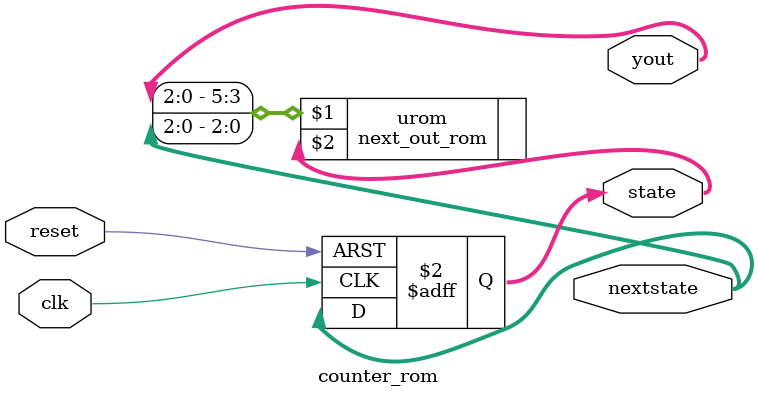
<source format=v>
`timescale 1ns / 1ps


module counter_rom(
    input clk,reset,
    output [2:0] yout,
    output [2:0] state,nextstate
    );
    reg [2:0] state;
    wire [2:0] nextstate;      
    always @(posedge clk or posedge reset) // always block to update state 
    if (reset)       
        state <= 0; 
    else      
        state <= nextstate;   

    // compute output & nextstate
    next_out_rom urom({yout,nextstate},state);
endmodule

</source>
